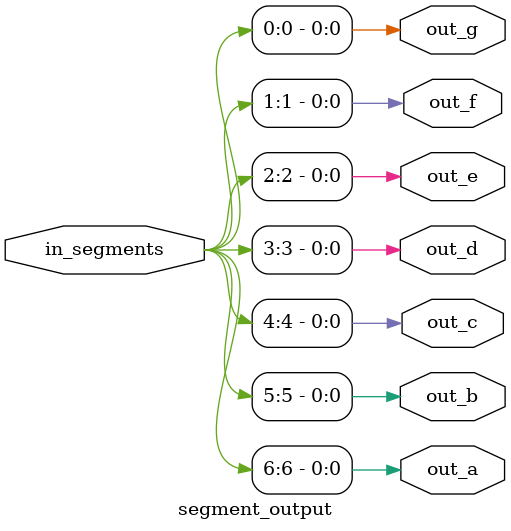
<source format=sv>
module segment_output(in_segments, out_a, out_b, out_c, out_d, out_e, out_f, out_g);
    input [6:0] in_segments;
    output out_a, out_b, out_c, out_d, out_e, out_f, out_g;

    assign out_a = in_segments[6];
    assign out_b = in_segments[5];
    assign out_c = in_segments[4];
    assign out_d = in_segments[3];
    assign out_e = in_segments[2];
    assign out_f = in_segments[1];
    assign out_g = in_segments[0];
endmodule
</source>
